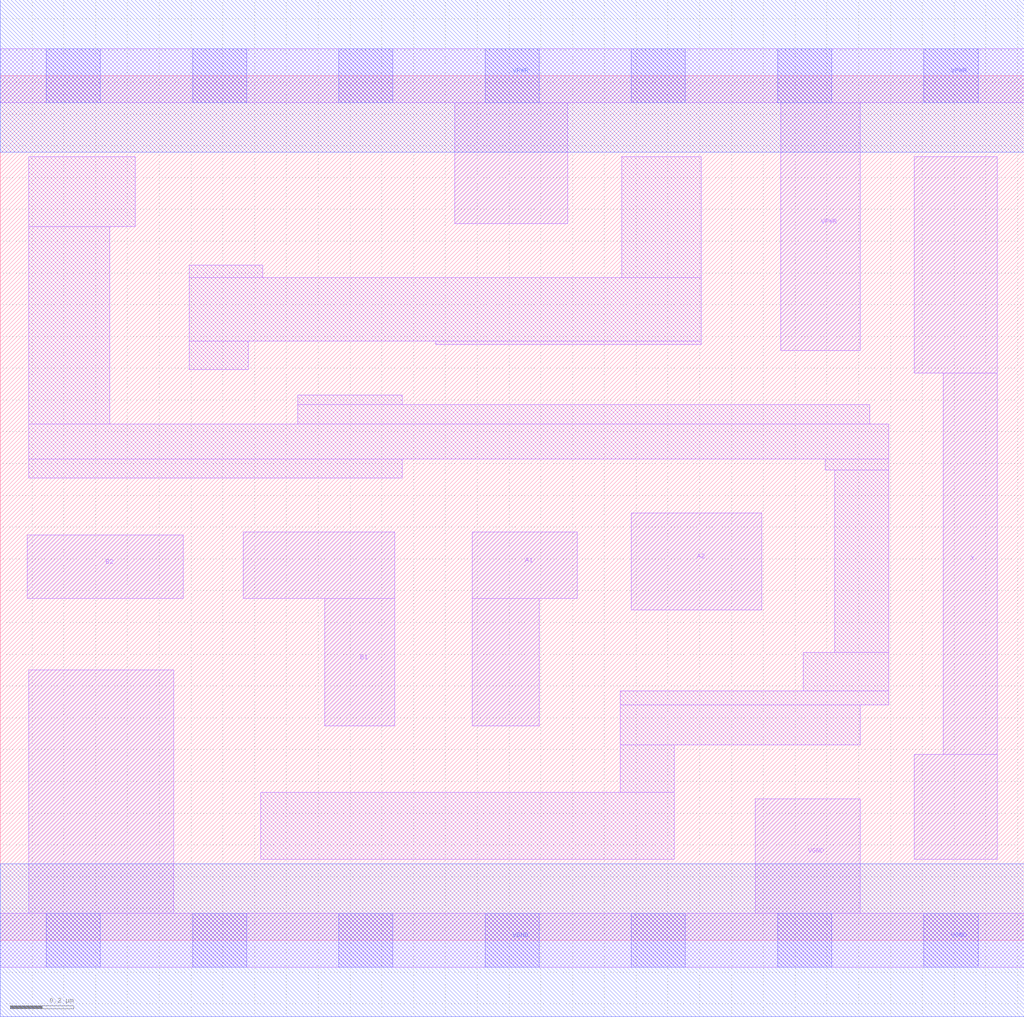
<source format=lef>
# Copyright 2020 The SkyWater PDK Authors
#
# Licensed under the Apache License, Version 2.0 (the "License");
# you may not use this file except in compliance with the License.
# You may obtain a copy of the License at
#
#     https://www.apache.org/licenses/LICENSE-2.0
#
# Unless required by applicable law or agreed to in writing, software
# distributed under the License is distributed on an "AS IS" BASIS,
# WITHOUT WARRANTIES OR CONDITIONS OF ANY KIND, either express or implied.
# See the License for the specific language governing permissions and
# limitations under the License.
#
# SPDX-License-Identifier: Apache-2.0

VERSION 5.7 ;
  NAMESCASESENSITIVE ON ;
  NOWIREEXTENSIONATPIN ON ;
  DIVIDERCHAR "/" ;
  BUSBITCHARS "[]" ;
UNITS
  DATABASE MICRONS 200 ;
END UNITS
MACRO sky130_fd_sc_hd__a22o_1
  CLASS CORE ;
  SOURCE USER ;
  FOREIGN sky130_fd_sc_hd__a22o_1 ;
  ORIGIN  0.000000  0.000000 ;
  SIZE  3.220000 BY  2.720000 ;
  SYMMETRY X Y R90 ;
  SITE unithd ;
  PIN A1
    ANTENNAGATEAREA  0.247500 ;
    DIRECTION INPUT ;
    USE SIGNAL ;
    PORT
      LAYER li1 ;
        RECT 1.485000 0.675000 1.695000 1.075000 ;
        RECT 1.485000 1.075000 1.815000 1.285000 ;
    END
  END A1
  PIN A2
    ANTENNAGATEAREA  0.247500 ;
    DIRECTION INPUT ;
    USE SIGNAL ;
    PORT
      LAYER li1 ;
        RECT 1.985000 1.040000 2.395000 1.345000 ;
    END
  END A2
  PIN B1
    ANTENNAGATEAREA  0.247500 ;
    DIRECTION INPUT ;
    USE SIGNAL ;
    PORT
      LAYER li1 ;
        RECT 0.765000 1.075000 1.240000 1.285000 ;
        RECT 1.020000 0.675000 1.240000 1.075000 ;
    END
  END B1
  PIN B2
    ANTENNAGATEAREA  0.247500 ;
    DIRECTION INPUT ;
    USE SIGNAL ;
    PORT
      LAYER li1 ;
        RECT 0.085000 1.075000 0.575000 1.275000 ;
    END
  END B2
  PIN X
    ANTENNADIFFAREA  0.429000 ;
    DIRECTION OUTPUT ;
    USE SIGNAL ;
    PORT
      LAYER li1 ;
        RECT 2.875000 0.255000 3.135000 0.585000 ;
        RECT 2.875000 1.785000 3.135000 2.465000 ;
        RECT 2.965000 0.585000 3.135000 1.785000 ;
    END
  END X
  PIN VGND
    DIRECTION INOUT ;
    SHAPE ABUTMENT ;
    USE GROUND ;
    PORT
      LAYER li1 ;
        RECT 0.000000 -0.085000 3.220000 0.085000 ;
        RECT 0.090000  0.085000 0.545000 0.850000 ;
        RECT 2.375000  0.085000 2.705000 0.445000 ;
      LAYER mcon ;
        RECT 0.145000 -0.085000 0.315000 0.085000 ;
        RECT 0.605000 -0.085000 0.775000 0.085000 ;
        RECT 1.065000 -0.085000 1.235000 0.085000 ;
        RECT 1.525000 -0.085000 1.695000 0.085000 ;
        RECT 1.985000 -0.085000 2.155000 0.085000 ;
        RECT 2.445000 -0.085000 2.615000 0.085000 ;
        RECT 2.905000 -0.085000 3.075000 0.085000 ;
      LAYER met1 ;
        RECT 0.000000 -0.240000 3.220000 0.240000 ;
    END
  END VGND
  PIN VPWR
    DIRECTION INOUT ;
    SHAPE ABUTMENT ;
    USE POWER ;
    PORT
      LAYER li1 ;
        RECT 0.000000 2.635000 3.220000 2.805000 ;
        RECT 1.430000 2.255000 1.785000 2.635000 ;
        RECT 2.455000 1.855000 2.705000 2.635000 ;
      LAYER mcon ;
        RECT 0.145000 2.635000 0.315000 2.805000 ;
        RECT 0.605000 2.635000 0.775000 2.805000 ;
        RECT 1.065000 2.635000 1.235000 2.805000 ;
        RECT 1.525000 2.635000 1.695000 2.805000 ;
        RECT 1.985000 2.635000 2.155000 2.805000 ;
        RECT 2.445000 2.635000 2.615000 2.805000 ;
        RECT 2.905000 2.635000 3.075000 2.805000 ;
      LAYER met1 ;
        RECT 0.000000 2.480000 3.220000 2.960000 ;
    END
  END VPWR
  OBS
    LAYER li1 ;
      RECT 0.090000 1.455000 1.265000 1.515000 ;
      RECT 0.090000 1.515000 2.795000 1.625000 ;
      RECT 0.090000 1.625000 0.345000 2.245000 ;
      RECT 0.090000 2.245000 0.425000 2.465000 ;
      RECT 0.595000 1.795000 0.780000 1.885000 ;
      RECT 0.595000 1.885000 2.205000 2.085000 ;
      RECT 0.595000 2.085000 0.825000 2.125000 ;
      RECT 0.820000 0.255000 2.120000 0.465000 ;
      RECT 0.935000 1.625000 2.735000 1.685000 ;
      RECT 0.935000 1.685000 1.265000 1.715000 ;
      RECT 1.370000 1.875000 2.205000 1.885000 ;
      RECT 1.950000 0.465000 2.120000 0.615000 ;
      RECT 1.950000 0.615000 2.705000 0.740000 ;
      RECT 1.950000 0.740000 2.795000 0.785000 ;
      RECT 1.955000 2.085000 2.205000 2.465000 ;
      RECT 2.525000 0.785000 2.795000 0.905000 ;
      RECT 2.595000 1.480000 2.795000 1.515000 ;
      RECT 2.625000 0.905000 2.795000 1.480000 ;
  END
END sky130_fd_sc_hd__a22o_1

</source>
